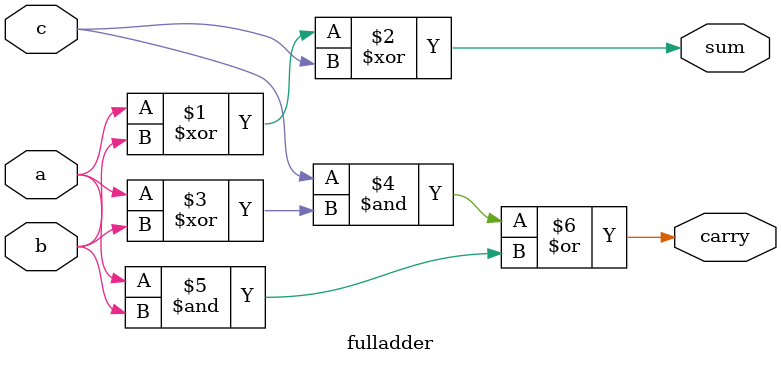
<source format=v>
`timescale 1ns / 1ps
module ripple_carry(a0,a1,a2,a3,b0,b1,b2,b3,c,sum0,sum1,sum2,sum3,carry);
input a0,a1,a2,a3;
input b0,b1,b2,b3;
input c;
output sum0,sum1,sum2,sum3;
output carry;
wire y0,y1,y2;
fulladder FA1(.a(a0),.b(b0),.c(c),.sum(sum0),.carry(y0));
fulladder FA2(.a(a1),.b(b1),.c(y0),.sum(sum1),.carry(y1));
fulladder FA3(.a(a2),.b(b2),.c(y1),.sum(sum2),.carry(y2));
fulladder FA4(.a(a3),.b(b3),.c(y2),.sum(sum3),.carry(carry));

endmodule
module fulladder(a,b,c,sum,carry);
input a,b,c;
output sum,carry;
assign sum=(a^b^c);
assign carry=(c&(a^b)|a&b);
endmodule
</source>
